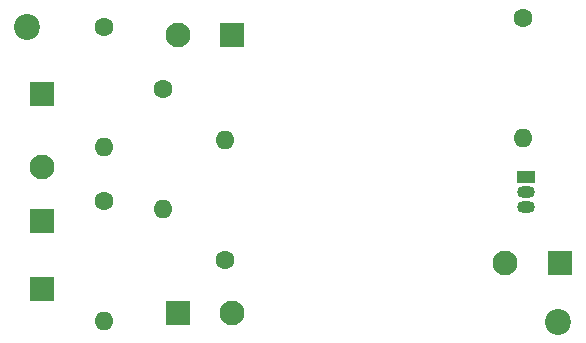
<source format=gbr>
%TF.GenerationSoftware,KiCad,Pcbnew,8.0.7*%
%TF.CreationDate,2025-01-13T17:44:50+00:00*%
%TF.ProjectId,TapeDispenser,54617065-4469-4737-9065-6e7365722e6b,rev?*%
%TF.SameCoordinates,Original*%
%TF.FileFunction,Soldermask,Bot*%
%TF.FilePolarity,Negative*%
%FSLAX46Y46*%
G04 Gerber Fmt 4.6, Leading zero omitted, Abs format (unit mm)*
G04 Created by KiCad (PCBNEW 8.0.7) date 2025-01-13 17:44:50*
%MOMM*%
%LPD*%
G01*
G04 APERTURE LIST*
G04 Aperture macros list*
%AMRoundRect*
0 Rectangle with rounded corners*
0 $1 Rounding radius*
0 $2 $3 $4 $5 $6 $7 $8 $9 X,Y pos of 4 corners*
0 Add a 4 corners polygon primitive as box body*
4,1,4,$2,$3,$4,$5,$6,$7,$8,$9,$2,$3,0*
0 Add four circle primitives for the rounded corners*
1,1,$1+$1,$2,$3*
1,1,$1+$1,$4,$5*
1,1,$1+$1,$6,$7*
1,1,$1+$1,$8,$9*
0 Add four rect primitives between the rounded corners*
20,1,$1+$1,$2,$3,$4,$5,0*
20,1,$1+$1,$4,$5,$6,$7,0*
20,1,$1+$1,$6,$7,$8,$9,0*
20,1,$1+$1,$8,$9,$2,$3,0*%
G04 Aperture macros list end*
%ADD10RoundRect,0.250001X0.799999X0.799999X-0.799999X0.799999X-0.799999X-0.799999X0.799999X-0.799999X0*%
%ADD11C,2.100000*%
%ADD12RoundRect,0.250001X-0.799999X-0.799999X0.799999X-0.799999X0.799999X0.799999X-0.799999X0.799999X0*%
%ADD13RoundRect,0.250001X0.799999X-0.799999X0.799999X0.799999X-0.799999X0.799999X-0.799999X-0.799999X0*%
%ADD14R,1.500000X1.050000*%
%ADD15O,1.500000X1.050000*%
%ADD16C,1.600000*%
%ADD17O,1.600000X1.600000*%
%ADD18C,2.200000*%
G04 APERTURE END LIST*
D10*
%TO.C,LS1*%
X150100000Y-80000000D03*
D11*
X145500000Y-80000000D03*
%TD*%
D12*
%TO.C,J2*%
X106250000Y-65750000D03*
%TD*%
%TO.C,J1*%
X106250000Y-82250000D03*
%TD*%
D13*
%TO.C,D3*%
X106250000Y-76500000D03*
D11*
X106250000Y-71900000D03*
%TD*%
D12*
%TO.C,D2*%
X117750000Y-84250000D03*
D11*
X122350000Y-84250000D03*
%TD*%
D10*
%TO.C,D1*%
X122350000Y-60750000D03*
D11*
X117750000Y-60750000D03*
%TD*%
D14*
%TO.C,Q1*%
X147250000Y-72710000D03*
D15*
X147250000Y-73980000D03*
X147250000Y-75250000D03*
%TD*%
D16*
%TO.C,R4*%
X116500000Y-65250000D03*
D17*
X116500000Y-75410000D03*
%TD*%
D16*
%TO.C,R2*%
X111500000Y-74750000D03*
D17*
X111500000Y-84910000D03*
%TD*%
D16*
%TO.C,R3*%
X111500000Y-60000000D03*
D17*
X111500000Y-70160000D03*
%TD*%
D18*
%TO.C,H2*%
X150000000Y-85000000D03*
%TD*%
%TO.C,H1*%
X105000000Y-60000000D03*
%TD*%
D16*
%TO.C,R5*%
X121750000Y-79750000D03*
D17*
X121750000Y-69590000D03*
%TD*%
D16*
%TO.C,R1*%
X147000000Y-59250000D03*
D17*
X147000000Y-69410000D03*
%TD*%
M02*

</source>
